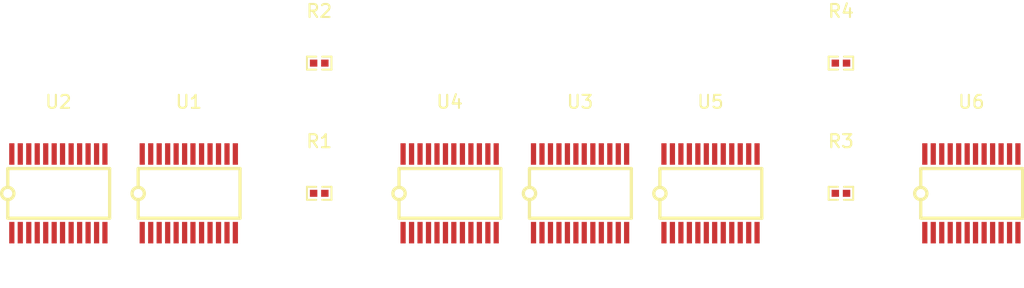
<source format=kicad_pcb>
(kicad_pcb (version 20241229) (generator "atopile") (generator_version "0.11.1")
  (layers (0 "F.Cu" signal) (31 "B.Cu" signal) (34 "B.Paste" user) (35 "F.Paste" user) (36 "B.SilkS" user "B.Silkscreen") (37 "F.SilkS" user "F.Silkscreen") (38 "B.Mask" user) (39 "F.Mask" user) (44 "Edge.Cuts" user))
  (net 0 "")
  (net 1 "i2c_client.ic.footprint.pins[1].net-net")
  (net 2 "i2c_client2.ic.footprint.pins[4].net-net")
  (net 3 "i2c_address_pin_2")
  (net 4 "i2c_address_pin_1")
  (net 5 "i2c_bridge.ic.footprint.pins[21].net-net")
  (net 6 "i2c_server.ic.footprint.pins[10].net-net")
  (net 7 "i2c_bridge2.ic.footprint.pins[1].net-net")
  (net 8 "i2c_client_pre.ic.footprint.pins[5].net-net")
  (net 9 "i2c_bridge.ic.footprint.pins[23].net-net")
  (net 10 "i2c_server.ic.footprint.pins[12].net-net")
  (net 11 "i2c_bridge.ic.footprint.pins[8].net-net")
  (net 12 "-i2c_out0_scl")
  (net 13 "i2c_bridge.ic.footprint.pins[7].net-net")
  (net 14 "i2c_bridge2.ic.footprint.pins[23].net-net")
  (net 15 "i2c_bridge.ic.footprint.pins[22].net-net")
  (net 16 "i2c_bridge2.ic.footprint.pins[7].net-net")
  (net 17 "i2c_client_pre.ic.footprint.pins[1].net-net")
  (net 18 "i2c_client2.ic.footprint.pins[9].net-net")
  (net 19 "i2c_client.ic.footprint.pins[2].net-net")
  (net 20 "i2c_client_pre.ic.footprint.pins[6].net-net")
  (net 21 "i2c_client2.ic.footprint.pins[20].net-net")
  (net 22 "i2c_client2.ic.footprint.pins[10].net-net")
  (net 23 "i2c_client_pre.ic.footprint.pins[2].net-net")
  (net 24 "i2c_client_pre.ic.footprint.pins[8].net-net")
  (net 25 "-i2c_scl-1")
  (net 26 "i2c_client_pre.ic.footprint.pins[12].net-net")
  (net 27 "i2c_client_pre.ic.footprint.pins[22].net-net")
  (net 28 "i2c_bridge2.ic.footprint.pins[8].net-net")
  (net 29 "i2c_server.ic.footprint.pins[9].net-net")
  (net 30 "i2c_client_pre.ic.footprint.pins[9].net-net")
  (net 31 "i2c_server-i2c_scl")
  (net 32 "i2c_client2.ic.footprint.pins[8].net-net")
  (net 33 "i2c_bridge.ic.footprint.pins[17].net-net")
  (net 34 "i2c_bridge.ic.footprint.pins[20].net-net")
  (net 35 "i2c_server.ic.footprint.pins[2].net-net")
  (net 36 "i2c_client2.ic.footprint.pins[7].net-net")
  (net 37 "i2c_client.ic.footprint.pins[5].net-net")
  (net 38 "i2c_address_pin_0")
  (net 39 "i2c_client_pre.ic.footprint.pins[7].net-net")
  (net 40 "i2c_bridge.ic.footprint.pins[10].net-net")
  (net 41 "i2c_bridge.ic.footprint.pins[12].net-net")
  (net 42 "i2c_server.ic.footprint.pins[21].net-net")
  (net 43 "i2c_client2.ic.footprint.pins[23].net-net")
  (net 44 "i2c_bridge.ic.footprint.pins[1].net-net")
  (net 45 "-i2c_scl-0")
  (net 46 "-i2c_out0_sda")
  (net 47 "i2c_client.ic.footprint.pins[8].net-net")
  (net 48 "i2c_client_pre.ic.footprint.pins[21].net-net")
  (net 49 "i2c_client.ic.footprint.pins[10].net-net")
  (net 50 "i2c_client.ic.footprint.pins[17].net-net")
  (net 51 "i2c_client2.ic.footprint.pins[2].net-net")
  (net 52 "i2c_client-i2c_out0_scl")
  (net 53 "i2c_bridge2.ic.footprint.pins[5].net-net")
  (net 54 "i2c_client.ic.footprint.pins[7].net-net")
  (net 55 "i2c_client-i2c_out0_sda")
  (net 56 "i2c_bridge2.ic.footprint.pins[10].net-net")
  (net 57 "i2c_server.ic.footprint.pins[6].net-net")
  (net 58 "i2c_client2.ic.footprint.pins[5].net-net")
  (net 59 "i2c_client_pre.ic.footprint.pins[10].net-net")
  (net 60 "-i2c_sda-0")
  (net 61 "i2c_bridge2.ic.footprint.pins[21].net-net")
  (net 62 "i2c_client.ic.footprint.pins[22].net-net")
  (net 63 "i2c_client.ic.footprint.pins[9].net-net")
  (net 64 "i2c_server.ic.footprint.pins[23].net-net")
  (net 65 "i2c_client_pre-i2c_out0_sda")
  (net 66 "i2c_client.ic.footprint.pins[21].net-net")
  (net 67 "i2c_client2.ic.footprint.pins[12].net-net")
  (net 68 "i2c_server.ic.footprint.pins[7].net-net")
  (net 69 "i2c_bridge.ic.footprint.pins[6].net-net")
  (net 70 "i2c_server.ic.footprint.pins[8].net-net")
  (net 71 "i2c_server.ic.footprint.pins[20].net-net")
  (net 72 "i2c_client_pre.ic.footprint.pins[23].net-net")
  (net 73 "i2c_client2-i2c_out0_scl")
  (net 74 "i2c_server.ic.footprint.pins[22].net-net")
  (net 75 "i2c_bridge.ic.footprint.pins[4].net-net")
  (net 76 "i2c_client2.ic.footprint.pins[6].net-net")
  (net 77 "i2c_bridge2.ic.footprint.pins[6].net-net")
  (net 78 "i2c_bridge2.ic.footprint.pins[2].net-net")
  (net 79 "i2c_client2-i2c_out0_sda")
  (net 80 "i2c_client.ic.footprint.pins[4].net-net")
  (net 81 "i2c_bridge2.ic.footprint.pins[22].net-net")
  (net 82 "i2c_client2.ic.footprint.pins[21].net-net")
  (net 83 "i2c_client_pre.ic.footprint.pins[4].net-net")
  (net 84 "-i2c_sda-1")
  (net 85 "i2c_server.ic.footprint.pins[17].net-net")
  (net 86 "i2c_client_pre.ic.footprint.pins[20].net-net")
  (net 87 "i2c_client_pre.ic.footprint.pins[17].net-net")
  (net 88 "i2c_bridge.ic.footprint.pins[2].net-net")
  (net 89 "gnd")
  (net 90 "i2c_server.ic.footprint.pins[1].net-net")
  (net 91 "i2c_bridge2.ic.footprint.pins[20].net-net")
  (net 92 "i2c_client.ic.footprint.pins[12].net-net")
  (net 93 "i2c_bridge2.ic.footprint.pins[9].net-net")
  (net 94 "i2c_bridge.ic.footprint.pins[5].net-net")
  (net 95 "i2c_bridge2.ic.footprint.pins[12].net-net")
  (net 96 "i2c_client.ic.footprint.pins[20].net-net")
  (net 97 "i2c_client2.ic.footprint.pins[17].net-net")
  (net 98 "i2c_bridge2.ic.footprint.pins[17].net-net")
  (net 99 "i2c_client_pre-i2c_out0_scl")
  (net 100 "i2c_client.ic.footprint.pins[23].net-net")
  (net 101 "i2c_server.ic.footprint.pins[5].net-net")
  (net 102 "i2c_client2.ic.footprint.pins[22].net-net")
  (net 103 "i2c_server.ic.footprint.pins[4].net-net")
  (net 104 "i2c_bridge.ic.footprint.pins[9].net-net")
  (net 105 "i2c_server-i2c_sda")
  (net 106 "hv")
  (net 107 "i2c_client2.ic.footprint.pins[1].net-net")
  (net 108 "i2c_bridge2.ic.footprint.pins[4].net-net")
  (net 109 "i2c_client.ic.footprint.pins[6].net-net")
  (footprint "Texas_Instruments_TCA9548APWR:TSSOP-24_L7.8-W4.4-P0.65-LS6.4-BL" (layer "F.Cu") (at 0 0 0)
    (property "Reference" "U2" (at 0 -7.02 0) (layer "F.SilkS") (hide no))
    (property "Value" "")
    (fp_line (start 3.93 -1.9) (end 3.93 1.91) (stroke (width 0.25)) (layer "F.SilkS"))
    (fp_line (start -3.88 1.75) (end -3.88 1.91) (stroke (width 0.25)) (layer "F.SilkS"))
    (fp_line (start -3.88 1.91) (end 3.93 1.91) (stroke (width 0.25)) (layer "F.SilkS"))
    (fp_line (start -3.88 -1.75) (end -3.88 -1.9) (stroke (width 0.25)) (layer "F.SilkS"))
    (fp_line (start -3.88 -1.9) (end 3.93 -1.9) (stroke (width 0.25)) (layer "F.SilkS"))
    (fp_line (start -3.88 -0.48) (end -3.88 -1.75) (stroke (width 0.25)) (layer "F.SilkS"))
    (fp_line (start -3.88 1.75) (end -3.88 0.48) (stroke (width 0.25)) (layer "F.SilkS"))
    (fp_arc (start -3.88 0.48) (mid -3.8758985283157643 -0.4599821038401605) (end -3.888202631025523 0.4799284167235039) (stroke (width 0.25)) (layer "F.SilkS"))
    (fp_text user "${REFERENCE}" (at 0 -7.02 0) (layer "F.SilkS"))
    (pad "6" smd rect (at -0.32 3.02 0) (size 0.4 1.65) (layers "F.Cu" "F.Paste" "F.Mask") (net 34 "i2c_bridge.ic.footprint.pins[20].net-net"))
    (pad "5" smd rect (at -0.97 3.02 0) (size 0.4 1.65) (layers "F.Cu" "F.Paste" "F.Mask") (net 12 "-i2c_out0_scl"))
    (pad "4" smd rect (at -1.62 3.02 0) (size 0.4 1.65) (layers "F.Cu" "F.Paste" "F.Mask") (net 46 "-i2c_out0_sda"))
    (pad "3" smd rect (at -2.27 3.02 0) (size 0.4 1.65) (layers "F.Cu" "F.Paste" "F.Mask") (net 33 "i2c_bridge.ic.footprint.pins[17].net-net"))
    (pad "2" smd rect (at -2.92 3.02 0) (size 0.4 1.65) (layers "F.Cu" "F.Paste" "F.Mask") (net 106 "hv"))
    (pad "1" smd rect (at -3.57 3.02 0) (size 0.4 1.65) (layers "F.Cu" "F.Paste" "F.Mask") (net 106 "hv"))
    (pad "7" smd rect (at 0.32 3.02 0) (size 0.4 1.65) (layers "F.Cu" "F.Paste" "F.Mask") (net 5 "i2c_bridge.ic.footprint.pins[21].net-net"))
    (pad "12" smd rect (at 3.57 3.02 0) (size 0.4 1.65) (layers "F.Cu" "F.Paste" "F.Mask") (net 89 "gnd"))
    (pad "11" smd rect (at 2.93 3.02 0) (size 0.4 1.65) (layers "F.Cu" "F.Paste" "F.Mask") (net 88 "i2c_bridge.ic.footprint.pins[2].net-net"))
    (pad "10" smd rect (at 2.28 3.02 0) (size 0.4 1.65) (layers "F.Cu" "F.Paste" "F.Mask") (net 44 "i2c_bridge.ic.footprint.pins[1].net-net"))
    (pad "9" smd rect (at 1.63 3.02 0) (size 0.4 1.65) (layers "F.Cu" "F.Paste" "F.Mask") (net 9 "i2c_bridge.ic.footprint.pins[23].net-net"))
    (pad "8" smd rect (at 0.98 3.02 0) (size 0.4 1.65) (layers "F.Cu" "F.Paste" "F.Mask") (net 15 "i2c_bridge.ic.footprint.pins[22].net-net"))
    (pad "20" smd rect (at -0.97 -3.02 0) (size 0.4 1.65) (layers "F.Cu" "F.Paste" "F.Mask") (net 41 "i2c_bridge.ic.footprint.pins[12].net-net"))
    (pad "21" smd rect (at -1.62 -3.02 0) (size 0.4 1.65) (layers "F.Cu" "F.Paste" "F.Mask") (net 89 "gnd"))
    (pad "22" smd rect (at -2.27 -3.02 0) (size 0.4 1.65) (layers "F.Cu" "F.Paste" "F.Mask") (net 45 "-i2c_scl-0"))
    (pad "23" smd rect (at -2.92 -3.02 0) (size 0.4 1.65) (layers "F.Cu" "F.Paste" "F.Mask") (net 60 "-i2c_sda-0"))
    (pad "24" smd rect (at -3.57 -3.02 0) (size 0.4 1.65) (layers "F.Cu" "F.Paste" "F.Mask") (net 106 "hv"))
    (pad "19" smd rect (at -0.32 -3.02 0) (size 0.4 1.65) (layers "F.Cu" "F.Paste" "F.Mask") (net 40 "i2c_bridge.ic.footprint.pins[10].net-net"))
    (pad "13" smd rect (at 3.57 -3.02 0) (size 0.4 1.65) (layers "F.Cu" "F.Paste" "F.Mask") (net 75 "i2c_bridge.ic.footprint.pins[4].net-net"))
    (pad "14" smd rect (at 2.93 -3.02 0) (size 0.4 1.65) (layers "F.Cu" "F.Paste" "F.Mask") (net 94 "i2c_bridge.ic.footprint.pins[5].net-net"))
    (pad "15" smd rect (at 2.28 -3.02 0) (size 0.4 1.65) (layers "F.Cu" "F.Paste" "F.Mask") (net 69 "i2c_bridge.ic.footprint.pins[6].net-net"))
    (pad "16" smd rect (at 1.63 -3.02 0) (size 0.4 1.65) (layers "F.Cu" "F.Paste" "F.Mask") (net 13 "i2c_bridge.ic.footprint.pins[7].net-net"))
    (pad "17" smd rect (at 0.98 -3.02 0) (size 0.4 1.65) (layers "F.Cu" "F.Paste" "F.Mask") (net 11 "i2c_bridge.ic.footprint.pins[8].net-net"))
    (pad "18" smd rect (at 0.32 -3.02 0) (size 0.4 1.65) (layers "F.Cu" "F.Paste" "F.Mask") (net 104 "i2c_bridge.ic.footprint.pins[9].net-net"))
  )
  (footprint "Texas_Instruments_TCA9548APWR:TSSOP-24_L7.8-W4.4-P0.65-LS6.4-BL" (layer "F.Cu") (at 10 0 0)
    (property "Reference" "U1" (at 0 -7.02 0) (layer "F.SilkS") (hide no))
    (property "Value" "")
    (fp_line (start 3.93 -1.9) (end 3.93 1.91) (stroke (width 0.25)) (layer "F.SilkS"))
    (fp_line (start -3.88 1.75) (end -3.88 1.91) (stroke (width 0.25)) (layer "F.SilkS"))
    (fp_line (start -3.88 1.91) (end 3.93 1.91) (stroke (width 0.25)) (layer "F.SilkS"))
    (fp_line (start -3.88 -1.75) (end -3.88 -1.9) (stroke (width 0.25)) (layer "F.SilkS"))
    (fp_line (start -3.88 -1.9) (end 3.93 -1.9) (stroke (width 0.25)) (layer "F.SilkS"))
    (fp_line (start -3.88 -0.48) (end -3.88 -1.75) (stroke (width 0.25)) (layer "F.SilkS"))
    (fp_line (start -3.88 1.75) (end -3.88 0.48) (stroke (width 0.25)) (layer "F.SilkS"))
    (fp_arc (start -3.88 0.48) (mid -3.8758985283157643 -0.4599821038401605) (end -3.888202631025523 0.4799284167235039) (stroke (width 0.25)) (layer "F.SilkS"))
    (fp_text user "${REFERENCE}" (at 0 -7.02 0) (layer "F.SilkS"))
    (pad "6" smd rect (at -0.32 3.02 0) (size 0.4 1.65) (layers "F.Cu" "F.Paste" "F.Mask") (net 91 "i2c_bridge2.ic.footprint.pins[20].net-net"))
    (pad "5" smd rect (at -0.97 3.02 0) (size 0.4 1.65) (layers "F.Cu" "F.Paste" "F.Mask") (net 25 "-i2c_scl-1"))
    (pad "4" smd rect (at -1.62 3.02 0) (size 0.4 1.65) (layers "F.Cu" "F.Paste" "F.Mask") (net 84 "-i2c_sda-1"))
    (pad "3" smd rect (at -2.27 3.02 0) (size 0.4 1.65) (layers "F.Cu" "F.Paste" "F.Mask") (net 98 "i2c_bridge2.ic.footprint.pins[17].net-net"))
    (pad "2" smd rect (at -2.92 3.02 0) (size 0.4 1.65) (layers "F.Cu" "F.Paste" "F.Mask") (net 106 "hv"))
    (pad "1" smd rect (at -3.57 3.02 0) (size 0.4 1.65) (layers "F.Cu" "F.Paste" "F.Mask") (net 106 "hv"))
    (pad "7" smd rect (at 0.32 3.02 0) (size 0.4 1.65) (layers "F.Cu" "F.Paste" "F.Mask") (net 61 "i2c_bridge2.ic.footprint.pins[21].net-net"))
    (pad "12" smd rect (at 3.57 3.02 0) (size 0.4 1.65) (layers "F.Cu" "F.Paste" "F.Mask") (net 89 "gnd"))
    (pad "11" smd rect (at 2.93 3.02 0) (size 0.4 1.65) (layers "F.Cu" "F.Paste" "F.Mask") (net 78 "i2c_bridge2.ic.footprint.pins[2].net-net"))
    (pad "10" smd rect (at 2.28 3.02 0) (size 0.4 1.65) (layers "F.Cu" "F.Paste" "F.Mask") (net 7 "i2c_bridge2.ic.footprint.pins[1].net-net"))
    (pad "9" smd rect (at 1.63 3.02 0) (size 0.4 1.65) (layers "F.Cu" "F.Paste" "F.Mask") (net 14 "i2c_bridge2.ic.footprint.pins[23].net-net"))
    (pad "8" smd rect (at 0.98 3.02 0) (size 0.4 1.65) (layers "F.Cu" "F.Paste" "F.Mask") (net 81 "i2c_bridge2.ic.footprint.pins[22].net-net"))
    (pad "20" smd rect (at -0.97 -3.02 0) (size 0.4 1.65) (layers "F.Cu" "F.Paste" "F.Mask") (net 95 "i2c_bridge2.ic.footprint.pins[12].net-net"))
    (pad "21" smd rect (at -1.62 -3.02 0) (size 0.4 1.65) (layers "F.Cu" "F.Paste" "F.Mask") (net 89 "gnd"))
    (pad "22" smd rect (at -2.27 -3.02 0) (size 0.4 1.65) (layers "F.Cu" "F.Paste" "F.Mask") (net 12 "-i2c_out0_scl"))
    (pad "23" smd rect (at -2.92 -3.02 0) (size 0.4 1.65) (layers "F.Cu" "F.Paste" "F.Mask") (net 46 "-i2c_out0_sda"))
    (pad "24" smd rect (at -3.57 -3.02 0) (size 0.4 1.65) (layers "F.Cu" "F.Paste" "F.Mask") (net 106 "hv"))
    (pad "19" smd rect (at -0.32 -3.02 0) (size 0.4 1.65) (layers "F.Cu" "F.Paste" "F.Mask") (net 56 "i2c_bridge2.ic.footprint.pins[10].net-net"))
    (pad "13" smd rect (at 3.57 -3.02 0) (size 0.4 1.65) (layers "F.Cu" "F.Paste" "F.Mask") (net 108 "i2c_bridge2.ic.footprint.pins[4].net-net"))
    (pad "14" smd rect (at 2.93 -3.02 0) (size 0.4 1.65) (layers "F.Cu" "F.Paste" "F.Mask") (net 53 "i2c_bridge2.ic.footprint.pins[5].net-net"))
    (pad "15" smd rect (at 2.28 -3.02 0) (size 0.4 1.65) (layers "F.Cu" "F.Paste" "F.Mask") (net 77 "i2c_bridge2.ic.footprint.pins[6].net-net"))
    (pad "16" smd rect (at 1.63 -3.02 0) (size 0.4 1.65) (layers "F.Cu" "F.Paste" "F.Mask") (net 16 "i2c_bridge2.ic.footprint.pins[7].net-net"))
    (pad "17" smd rect (at 0.98 -3.02 0) (size 0.4 1.65) (layers "F.Cu" "F.Paste" "F.Mask") (net 28 "i2c_bridge2.ic.footprint.pins[8].net-net"))
    (pad "18" smd rect (at 0.32 -3.02 0) (size 0.4 1.65) (layers "F.Cu" "F.Paste" "F.Mask") (net 93 "i2c_bridge2.ic.footprint.pins[9].net-net"))
  )
  (footprint "UNI_ROYAL_0402WGF1002TCE:R0402" (layer "F.Cu") (at 20 0 0)
    (property "Reference" "R1" (at 0 -4 0) (layer "F.SilkS") (hide no))
    (property "Value" "10kΩ ±1% 62.5mW")
    (fp_line (start -0.23 0.5) (end -0.94 0.5) (stroke (width 0.15)) (layer "F.SilkS"))
    (fp_line (start -0.94 0.5) (end -0.94 -0.5) (stroke (width 0.15)) (layer "F.SilkS"))
    (fp_line (start -0.94 -0.5) (end -0.23 -0.5) (stroke (width 0.15)) (layer "F.SilkS"))
    (fp_line (start 0.23 0.5) (end 0.94 0.5) (stroke (width 0.15)) (layer "F.SilkS"))
    (fp_line (start 0.94 0.5) (end 0.94 -0.5) (stroke (width 0.15)) (layer "F.SilkS"))
    (fp_line (start 0.94 -0.5) (end 0.23 -0.5) (stroke (width 0.15)) (layer "F.SilkS"))
    (fp_text user "${REFERENCE}" (at 0 -4 0) (layer "F.SilkS"))
    (pad "2" smd rect (at 0.43 0 0) (size 0.57 0.54) (layers "F.Cu" "F.Paste" "F.Mask") (net 106 "hv"))
    (pad "1" smd rect (at -0.43 0 0) (size 0.57 0.54) (layers "F.Cu" "F.Paste" "F.Mask") (net 45 "-i2c_scl-0"))
  )
  (footprint "UNI_ROYAL_0402WGF1002TCE:R0402" (layer "F.Cu") (at 20 -10 0)
    (property "Reference" "R2" (at 0 -4 0) (layer "F.SilkS") (hide no))
    (property "Value" "10kΩ ±1% 62.5mW")
    (fp_line (start -0.23 0.5) (end -0.94 0.5) (stroke (width 0.15)) (layer "F.SilkS"))
    (fp_line (start -0.94 0.5) (end -0.94 -0.5) (stroke (width 0.15)) (layer "F.SilkS"))
    (fp_line (start -0.94 -0.5) (end -0.23 -0.5) (stroke (width 0.15)) (layer "F.SilkS"))
    (fp_line (start 0.23 0.5) (end 0.94 0.5) (stroke (width 0.15)) (layer "F.SilkS"))
    (fp_line (start 0.94 0.5) (end 0.94 -0.5) (stroke (width 0.15)) (layer "F.SilkS"))
    (fp_line (start 0.94 -0.5) (end 0.23 -0.5) (stroke (width 0.15)) (layer "F.SilkS"))
    (fp_text user "${REFERENCE}" (at 0 -4 0) (layer "F.SilkS"))
    (pad "2" smd rect (at 0.43 0 0) (size 0.57 0.54) (layers "F.Cu" "F.Paste" "F.Mask") (net 106 "hv"))
    (pad "1" smd rect (at -0.43 0 0) (size 0.57 0.54) (layers "F.Cu" "F.Paste" "F.Mask") (net 60 "-i2c_sda-0"))
  )
  (footprint "Texas_Instruments_TCA9548APWR:TSSOP-24_L7.8-W4.4-P0.65-LS6.4-BL" (layer "F.Cu") (at 30 0 0)
    (property "Reference" "U4" (at 0 -7.02 0) (layer "F.SilkS") (hide no))
    (property "Value" "")
    (fp_line (start 3.93 -1.9) (end 3.93 1.91) (stroke (width 0.25)) (layer "F.SilkS"))
    (fp_line (start -3.88 1.75) (end -3.88 1.91) (stroke (width 0.25)) (layer "F.SilkS"))
    (fp_line (start -3.88 1.91) (end 3.93 1.91) (stroke (width 0.25)) (layer "F.SilkS"))
    (fp_line (start -3.88 -1.75) (end -3.88 -1.9) (stroke (width 0.25)) (layer "F.SilkS"))
    (fp_line (start -3.88 -1.9) (end 3.93 -1.9) (stroke (width 0.25)) (layer "F.SilkS"))
    (fp_line (start -3.88 -0.48) (end -3.88 -1.75) (stroke (width 0.25)) (layer "F.SilkS"))
    (fp_line (start -3.88 1.75) (end -3.88 0.48) (stroke (width 0.25)) (layer "F.SilkS"))
    (fp_arc (start -3.88 0.48) (mid -3.8758985283157643 -0.4599821038401605) (end -3.888202631025523 0.4799284167235039) (stroke (width 0.25)) (layer "F.SilkS"))
    (fp_text user "${REFERENCE}" (at 0 -7.02 0) (layer "F.SilkS"))
    (pad "6" smd rect (at -0.32 3.02 0) (size 0.4 1.65) (layers "F.Cu" "F.Paste" "F.Mask") (net 96 "i2c_client.ic.footprint.pins[20].net-net"))
    (pad "5" smd rect (at -0.97 3.02 0) (size 0.4 1.65) (layers "F.Cu" "F.Paste" "F.Mask") (net 52 "i2c_client-i2c_out0_scl"))
    (pad "4" smd rect (at -1.62 3.02 0) (size 0.4 1.65) (layers "F.Cu" "F.Paste" "F.Mask") (net 55 "i2c_client-i2c_out0_sda"))
    (pad "3" smd rect (at -2.27 3.02 0) (size 0.4 1.65) (layers "F.Cu" "F.Paste" "F.Mask") (net 50 "i2c_client.ic.footprint.pins[17].net-net"))
    (pad "2" smd rect (at -2.92 3.02 0) (size 0.4 1.65) (layers "F.Cu" "F.Paste" "F.Mask") (net 106 "hv"))
    (pad "1" smd rect (at -3.57 3.02 0) (size 0.4 1.65) (layers "F.Cu" "F.Paste" "F.Mask") (net 89 "gnd"))
    (pad "7" smd rect (at 0.32 3.02 0) (size 0.4 1.65) (layers "F.Cu" "F.Paste" "F.Mask") (net 66 "i2c_client.ic.footprint.pins[21].net-net"))
    (pad "12" smd rect (at 3.57 3.02 0) (size 0.4 1.65) (layers "F.Cu" "F.Paste" "F.Mask") (net 89 "gnd"))
    (pad "11" smd rect (at 2.93 3.02 0) (size 0.4 1.65) (layers "F.Cu" "F.Paste" "F.Mask") (net 19 "i2c_client.ic.footprint.pins[2].net-net"))
    (pad "10" smd rect (at 2.28 3.02 0) (size 0.4 1.65) (layers "F.Cu" "F.Paste" "F.Mask") (net 1 "i2c_client.ic.footprint.pins[1].net-net"))
    (pad "9" smd rect (at 1.63 3.02 0) (size 0.4 1.65) (layers "F.Cu" "F.Paste" "F.Mask") (net 100 "i2c_client.ic.footprint.pins[23].net-net"))
    (pad "8" smd rect (at 0.98 3.02 0) (size 0.4 1.65) (layers "F.Cu" "F.Paste" "F.Mask") (net 62 "i2c_client.ic.footprint.pins[22].net-net"))
    (pad "20" smd rect (at -0.97 -3.02 0) (size 0.4 1.65) (layers "F.Cu" "F.Paste" "F.Mask") (net 92 "i2c_client.ic.footprint.pins[12].net-net"))
    (pad "21" smd rect (at -1.62 -3.02 0) (size 0.4 1.65) (layers "F.Cu" "F.Paste" "F.Mask") (net 89 "gnd"))
    (pad "22" smd rect (at -2.27 -3.02 0) (size 0.4 1.65) (layers "F.Cu" "F.Paste" "F.Mask") (net 25 "-i2c_scl-1"))
    (pad "23" smd rect (at -2.92 -3.02 0) (size 0.4 1.65) (layers "F.Cu" "F.Paste" "F.Mask") (net 84 "-i2c_sda-1"))
    (pad "24" smd rect (at -3.57 -3.02 0) (size 0.4 1.65) (layers "F.Cu" "F.Paste" "F.Mask") (net 106 "hv"))
    (pad "19" smd rect (at -0.32 -3.02 0) (size 0.4 1.65) (layers "F.Cu" "F.Paste" "F.Mask") (net 49 "i2c_client.ic.footprint.pins[10].net-net"))
    (pad "13" smd rect (at 3.57 -3.02 0) (size 0.4 1.65) (layers "F.Cu" "F.Paste" "F.Mask") (net 80 "i2c_client.ic.footprint.pins[4].net-net"))
    (pad "14" smd rect (at 2.93 -3.02 0) (size 0.4 1.65) (layers "F.Cu" "F.Paste" "F.Mask") (net 37 "i2c_client.ic.footprint.pins[5].net-net"))
    (pad "15" smd rect (at 2.28 -3.02 0) (size 0.4 1.65) (layers "F.Cu" "F.Paste" "F.Mask") (net 109 "i2c_client.ic.footprint.pins[6].net-net"))
    (pad "16" smd rect (at 1.63 -3.02 0) (size 0.4 1.65) (layers "F.Cu" "F.Paste" "F.Mask") (net 54 "i2c_client.ic.footprint.pins[7].net-net"))
    (pad "17" smd rect (at 0.98 -3.02 0) (size 0.4 1.65) (layers "F.Cu" "F.Paste" "F.Mask") (net 47 "i2c_client.ic.footprint.pins[8].net-net"))
    (pad "18" smd rect (at 0.32 -3.02 0) (size 0.4 1.65) (layers "F.Cu" "F.Paste" "F.Mask") (net 63 "i2c_client.ic.footprint.pins[9].net-net"))
  )
  (footprint "Texas_Instruments_TCA9548APWR:TSSOP-24_L7.8-W4.4-P0.65-LS6.4-BL" (layer "F.Cu") (at 40 0 0)
    (property "Reference" "U3" (at 0 -7.02 0) (layer "F.SilkS") (hide no))
    (property "Value" "")
    (fp_line (start 3.93 -1.9) (end 3.93 1.91) (stroke (width 0.25)) (layer "F.SilkS"))
    (fp_line (start -3.88 1.75) (end -3.88 1.91) (stroke (width 0.25)) (layer "F.SilkS"))
    (fp_line (start -3.88 1.91) (end 3.93 1.91) (stroke (width 0.25)) (layer "F.SilkS"))
    (fp_line (start -3.88 -1.75) (end -3.88 -1.9) (stroke (width 0.25)) (layer "F.SilkS"))
    (fp_line (start -3.88 -1.9) (end 3.93 -1.9) (stroke (width 0.25)) (layer "F.SilkS"))
    (fp_line (start -3.88 -0.48) (end -3.88 -1.75) (stroke (width 0.25)) (layer "F.SilkS"))
    (fp_line (start -3.88 1.75) (end -3.88 0.48) (stroke (width 0.25)) (layer "F.SilkS"))
    (fp_arc (start -3.88 0.48) (mid -3.8758985283157643 -0.4599821038401605) (end -3.888202631025523 0.4799284167235039) (stroke (width 0.25)) (layer "F.SilkS"))
    (fp_text user "${REFERENCE}" (at 0 -7.02 0) (layer "F.SilkS"))
    (pad "6" smd rect (at -0.32 3.02 0) (size 0.4 1.65) (layers "F.Cu" "F.Paste" "F.Mask") (net 21 "i2c_client2.ic.footprint.pins[20].net-net"))
    (pad "5" smd rect (at -0.97 3.02 0) (size 0.4 1.65) (layers "F.Cu" "F.Paste" "F.Mask") (net 73 "i2c_client2-i2c_out0_scl"))
    (pad "4" smd rect (at -1.62 3.02 0) (size 0.4 1.65) (layers "F.Cu" "F.Paste" "F.Mask") (net 79 "i2c_client2-i2c_out0_sda"))
    (pad "3" smd rect (at -2.27 3.02 0) (size 0.4 1.65) (layers "F.Cu" "F.Paste" "F.Mask") (net 97 "i2c_client2.ic.footprint.pins[17].net-net"))
    (pad "2" smd rect (at -2.92 3.02 0) (size 0.4 1.65) (layers "F.Cu" "F.Paste" "F.Mask") (net 89 "gnd"))
    (pad "1" smd rect (at -3.57 3.02 0) (size 0.4 1.65) (layers "F.Cu" "F.Paste" "F.Mask") (net 89 "gnd"))
    (pad "7" smd rect (at 0.32 3.02 0) (size 0.4 1.65) (layers "F.Cu" "F.Paste" "F.Mask") (net 82 "i2c_client2.ic.footprint.pins[21].net-net"))
    (pad "12" smd rect (at 3.57 3.02 0) (size 0.4 1.65) (layers "F.Cu" "F.Paste" "F.Mask") (net 89 "gnd"))
    (pad "11" smd rect (at 2.93 3.02 0) (size 0.4 1.65) (layers "F.Cu" "F.Paste" "F.Mask") (net 51 "i2c_client2.ic.footprint.pins[2].net-net"))
    (pad "10" smd rect (at 2.28 3.02 0) (size 0.4 1.65) (layers "F.Cu" "F.Paste" "F.Mask") (net 107 "i2c_client2.ic.footprint.pins[1].net-net"))
    (pad "9" smd rect (at 1.63 3.02 0) (size 0.4 1.65) (layers "F.Cu" "F.Paste" "F.Mask") (net 43 "i2c_client2.ic.footprint.pins[23].net-net"))
    (pad "8" smd rect (at 0.98 3.02 0) (size 0.4 1.65) (layers "F.Cu" "F.Paste" "F.Mask") (net 102 "i2c_client2.ic.footprint.pins[22].net-net"))
    (pad "20" smd rect (at -0.97 -3.02 0) (size 0.4 1.65) (layers "F.Cu" "F.Paste" "F.Mask") (net 67 "i2c_client2.ic.footprint.pins[12].net-net"))
    (pad "21" smd rect (at -1.62 -3.02 0) (size 0.4 1.65) (layers "F.Cu" "F.Paste" "F.Mask") (net 106 "hv"))
    (pad "22" smd rect (at -2.27 -3.02 0) (size 0.4 1.65) (layers "F.Cu" "F.Paste" "F.Mask") (net 25 "-i2c_scl-1"))
    (pad "23" smd rect (at -2.92 -3.02 0) (size 0.4 1.65) (layers "F.Cu" "F.Paste" "F.Mask") (net 84 "-i2c_sda-1"))
    (pad "24" smd rect (at -3.57 -3.02 0) (size 0.4 1.65) (layers "F.Cu" "F.Paste" "F.Mask") (net 106 "hv"))
    (pad "19" smd rect (at -0.32 -3.02 0) (size 0.4 1.65) (layers "F.Cu" "F.Paste" "F.Mask") (net 22 "i2c_client2.ic.footprint.pins[10].net-net"))
    (pad "13" smd rect (at 3.57 -3.02 0) (size 0.4 1.65) (layers "F.Cu" "F.Paste" "F.Mask") (net 2 "i2c_client2.ic.footprint.pins[4].net-net"))
    (pad "14" smd rect (at 2.93 -3.02 0) (size 0.4 1.65) (layers "F.Cu" "F.Paste" "F.Mask") (net 58 "i2c_client2.ic.footprint.pins[5].net-net"))
    (pad "15" smd rect (at 2.28 -3.02 0) (size 0.4 1.65) (layers "F.Cu" "F.Paste" "F.Mask") (net 76 "i2c_client2.ic.footprint.pins[6].net-net"))
    (pad "16" smd rect (at 1.63 -3.02 0) (size 0.4 1.65) (layers "F.Cu" "F.Paste" "F.Mask") (net 36 "i2c_client2.ic.footprint.pins[7].net-net"))
    (pad "17" smd rect (at 0.98 -3.02 0) (size 0.4 1.65) (layers "F.Cu" "F.Paste" "F.Mask") (net 32 "i2c_client2.ic.footprint.pins[8].net-net"))
    (pad "18" smd rect (at 0.32 -3.02 0) (size 0.4 1.65) (layers "F.Cu" "F.Paste" "F.Mask") (net 18 "i2c_client2.ic.footprint.pins[9].net-net"))
  )
  (footprint "Texas_Instruments_TCA9548APWR:TSSOP-24_L7.8-W4.4-P0.65-LS6.4-BL" (layer "F.Cu") (at 50 0 0)
    (property "Reference" "U5" (at 0 -7.02 0) (layer "F.SilkS") (hide no))
    (property "Value" "")
    (fp_line (start 3.93 -1.9) (end 3.93 1.91) (stroke (width 0.25)) (layer "F.SilkS"))
    (fp_line (start -3.88 1.75) (end -3.88 1.91) (stroke (width 0.25)) (layer "F.SilkS"))
    (fp_line (start -3.88 1.91) (end 3.93 1.91) (stroke (width 0.25)) (layer "F.SilkS"))
    (fp_line (start -3.88 -1.75) (end -3.88 -1.9) (stroke (width 0.25)) (layer "F.SilkS"))
    (fp_line (start -3.88 -1.9) (end 3.93 -1.9) (stroke (width 0.25)) (layer "F.SilkS"))
    (fp_line (start -3.88 -0.48) (end -3.88 -1.75) (stroke (width 0.25)) (layer "F.SilkS"))
    (fp_line (start -3.88 1.75) (end -3.88 0.48) (stroke (width 0.25)) (layer "F.SilkS"))
    (fp_arc (start -3.88 0.48) (mid -3.8758985283157643 -0.4599821038401605) (end -3.888202631025523 0.4799284167235039) (stroke (width 0.25)) (layer "F.SilkS"))
    (fp_text user "${REFERENCE}" (at 0 -7.02 0) (layer "F.SilkS"))
    (pad "6" smd rect (at -0.32 3.02 0) (size 0.4 1.65) (layers "F.Cu" "F.Paste" "F.Mask") (net 86 "i2c_client_pre.ic.footprint.pins[20].net-net"))
    (pad "5" smd rect (at -0.97 3.02 0) (size 0.4 1.65) (layers "F.Cu" "F.Paste" "F.Mask") (net 99 "i2c_client_pre-i2c_out0_scl"))
    (pad "4" smd rect (at -1.62 3.02 0) (size 0.4 1.65) (layers "F.Cu" "F.Paste" "F.Mask") (net 65 "i2c_client_pre-i2c_out0_sda"))
    (pad "3" smd rect (at -2.27 3.02 0) (size 0.4 1.65) (layers "F.Cu" "F.Paste" "F.Mask") (net 87 "i2c_client_pre.ic.footprint.pins[17].net-net"))
    (pad "2" smd rect (at -2.92 3.02 0) (size 0.4 1.65) (layers "F.Cu" "F.Paste" "F.Mask") (net 106 "hv"))
    (pad "1" smd rect (at -3.57 3.02 0) (size 0.4 1.65) (layers "F.Cu" "F.Paste" "F.Mask") (net 89 "gnd"))
    (pad "7" smd rect (at 0.32 3.02 0) (size 0.4 1.65) (layers "F.Cu" "F.Paste" "F.Mask") (net 48 "i2c_client_pre.ic.footprint.pins[21].net-net"))
    (pad "12" smd rect (at 3.57 3.02 0) (size 0.4 1.65) (layers "F.Cu" "F.Paste" "F.Mask") (net 89 "gnd"))
    (pad "11" smd rect (at 2.93 3.02 0) (size 0.4 1.65) (layers "F.Cu" "F.Paste" "F.Mask") (net 23 "i2c_client_pre.ic.footprint.pins[2].net-net"))
    (pad "10" smd rect (at 2.28 3.02 0) (size 0.4 1.65) (layers "F.Cu" "F.Paste" "F.Mask") (net 17 "i2c_client_pre.ic.footprint.pins[1].net-net"))
    (pad "9" smd rect (at 1.63 3.02 0) (size 0.4 1.65) (layers "F.Cu" "F.Paste" "F.Mask") (net 72 "i2c_client_pre.ic.footprint.pins[23].net-net"))
    (pad "8" smd rect (at 0.98 3.02 0) (size 0.4 1.65) (layers "F.Cu" "F.Paste" "F.Mask") (net 27 "i2c_client_pre.ic.footprint.pins[22].net-net"))
    (pad "20" smd rect (at -0.97 -3.02 0) (size 0.4 1.65) (layers "F.Cu" "F.Paste" "F.Mask") (net 26 "i2c_client_pre.ic.footprint.pins[12].net-net"))
    (pad "21" smd rect (at -1.62 -3.02 0) (size 0.4 1.65) (layers "F.Cu" "F.Paste" "F.Mask") (net 89 "gnd"))
    (pad "22" smd rect (at -2.27 -3.02 0) (size 0.4 1.65) (layers "F.Cu" "F.Paste" "F.Mask") (net 45 "-i2c_scl-0"))
    (pad "23" smd rect (at -2.92 -3.02 0) (size 0.4 1.65) (layers "F.Cu" "F.Paste" "F.Mask") (net 60 "-i2c_sda-0"))
    (pad "24" smd rect (at -3.57 -3.02 0) (size 0.4 1.65) (layers "F.Cu" "F.Paste" "F.Mask") (net 106 "hv"))
    (pad "19" smd rect (at -0.32 -3.02 0) (size 0.4 1.65) (layers "F.Cu" "F.Paste" "F.Mask") (net 59 "i2c_client_pre.ic.footprint.pins[10].net-net"))
    (pad "13" smd rect (at 3.57 -3.02 0) (size 0.4 1.65) (layers "F.Cu" "F.Paste" "F.Mask") (net 83 "i2c_client_pre.ic.footprint.pins[4].net-net"))
    (pad "14" smd rect (at 2.93 -3.02 0) (size 0.4 1.65) (layers "F.Cu" "F.Paste" "F.Mask") (net 8 "i2c_client_pre.ic.footprint.pins[5].net-net"))
    (pad "15" smd rect (at 2.28 -3.02 0) (size 0.4 1.65) (layers "F.Cu" "F.Paste" "F.Mask") (net 20 "i2c_client_pre.ic.footprint.pins[6].net-net"))
    (pad "16" smd rect (at 1.63 -3.02 0) (size 0.4 1.65) (layers "F.Cu" "F.Paste" "F.Mask") (net 39 "i2c_client_pre.ic.footprint.pins[7].net-net"))
    (pad "17" smd rect (at 0.98 -3.02 0) (size 0.4 1.65) (layers "F.Cu" "F.Paste" "F.Mask") (net 24 "i2c_client_pre.ic.footprint.pins[8].net-net"))
    (pad "18" smd rect (at 0.32 -3.02 0) (size 0.4 1.65) (layers "F.Cu" "F.Paste" "F.Mask") (net 30 "i2c_client_pre.ic.footprint.pins[9].net-net"))
  )
  (footprint "UNI_ROYAL_0402WGF1002TCE:R0402" (layer "F.Cu") (at 60 0 0)
    (property "Reference" "R3" (at 0 -4 0) (layer "F.SilkS") (hide no))
    (property "Value" "10kΩ ±1% 62.5mW")
    (fp_line (start -0.23 0.5) (end -0.94 0.5) (stroke (width 0.15)) (layer "F.SilkS"))
    (fp_line (start -0.94 0.5) (end -0.94 -0.5) (stroke (width 0.15)) (layer "F.SilkS"))
    (fp_line (start -0.94 -0.5) (end -0.23 -0.5) (stroke (width 0.15)) (layer "F.SilkS"))
    (fp_line (start 0.23 0.5) (end 0.94 0.5) (stroke (width 0.15)) (layer "F.SilkS"))
    (fp_line (start 0.94 0.5) (end 0.94 -0.5) (stroke (width 0.15)) (layer "F.SilkS"))
    (fp_line (start 0.94 -0.5) (end 0.23 -0.5) (stroke (width 0.15)) (layer "F.SilkS"))
    (fp_text user "${REFERENCE}" (at 0 -4 0) (layer "F.SilkS"))
    (pad "2" smd rect (at 0.43 0 0) (size 0.57 0.54) (layers "F.Cu" "F.Paste" "F.Mask") (net 106 "hv"))
    (pad "1" smd rect (at -0.43 0 0) (size 0.57 0.54) (layers "F.Cu" "F.Paste" "F.Mask") (net 25 "-i2c_scl-1"))
  )
  (footprint "UNI_ROYAL_0402WGF1002TCE:R0402" (layer "F.Cu") (at 60 -10 0)
    (property "Reference" "R4" (at 0 -4 0) (layer "F.SilkS") (hide no))
    (property "Value" "10kΩ ±1% 62.5mW")
    (fp_line (start -0.23 0.5) (end -0.94 0.5) (stroke (width 0.15)) (layer "F.SilkS"))
    (fp_line (start -0.94 0.5) (end -0.94 -0.5) (stroke (width 0.15)) (layer "F.SilkS"))
    (fp_line (start -0.94 -0.5) (end -0.23 -0.5) (stroke (width 0.15)) (layer "F.SilkS"))
    (fp_line (start 0.23 0.5) (end 0.94 0.5) (stroke (width 0.15)) (layer "F.SilkS"))
    (fp_line (start 0.94 0.5) (end 0.94 -0.5) (stroke (width 0.15)) (layer "F.SilkS"))
    (fp_line (start 0.94 -0.5) (end 0.23 -0.5) (stroke (width 0.15)) (layer "F.SilkS"))
    (fp_text user "${REFERENCE}" (at 0 -4 0) (layer "F.SilkS"))
    (pad "2" smd rect (at 0.43 0 0) (size 0.57 0.54) (layers "F.Cu" "F.Paste" "F.Mask") (net 106 "hv"))
    (pad "1" smd rect (at -0.43 0 0) (size 0.57 0.54) (layers "F.Cu" "F.Paste" "F.Mask") (net 84 "-i2c_sda-1"))
  )
  (footprint "Texas_Instruments_TCA9548APWR:TSSOP-24_L7.8-W4.4-P0.65-LS6.4-BL" (layer "F.Cu") (at 70 0 0)
    (property "Reference" "U6" (at 0 -7.02 0) (layer "F.SilkS") (hide no))
    (property "Value" "")
    (fp_line (start 3.93 -1.9) (end 3.93 1.91) (stroke (width 0.25)) (layer "F.SilkS"))
    (fp_line (start -3.88 1.75) (end -3.88 1.91) (stroke (width 0.25)) (layer "F.SilkS"))
    (fp_line (start -3.88 1.91) (end 3.93 1.91) (stroke (width 0.25)) (layer "F.SilkS"))
    (fp_line (start -3.88 -1.75) (end -3.88 -1.9) (stroke (width 0.25)) (layer "F.SilkS"))
    (fp_line (start -3.88 -1.9) (end 3.93 -1.9) (stroke (width 0.25)) (layer "F.SilkS"))
    (fp_line (start -3.88 -0.48) (end -3.88 -1.75) (stroke (width 0.25)) (layer "F.SilkS"))
    (fp_line (start -3.88 1.75) (end -3.88 0.48) (stroke (width 0.25)) (layer "F.SilkS"))
    (fp_arc (start -3.88 0.48) (mid -3.8758985283157643 -0.4599821038401605) (end -3.888202631025523 0.4799284167235039) (stroke (width 0.25)) (layer "F.SilkS"))
    (fp_text user "${REFERENCE}" (at 0 -7.02 0) (layer "F.SilkS"))
    (pad "6" smd rect (at -0.32 3.02 0) (size 0.4 1.65) (layers "F.Cu" "F.Paste" "F.Mask") (net 71 "i2c_server.ic.footprint.pins[20].net-net"))
    (pad "5" smd rect (at -0.97 3.02 0) (size 0.4 1.65) (layers "F.Cu" "F.Paste" "F.Mask") (net 45 "-i2c_scl-0"))
    (pad "4" smd rect (at -1.62 3.02 0) (size 0.4 1.65) (layers "F.Cu" "F.Paste" "F.Mask") (net 60 "-i2c_sda-0"))
    (pad "3" smd rect (at -2.27 3.02 0) (size 0.4 1.65) (layers "F.Cu" "F.Paste" "F.Mask") (net 85 "i2c_server.ic.footprint.pins[17].net-net"))
    (pad "2" smd rect (at -2.92 3.02 0) (size 0.4 1.65) (layers "F.Cu" "F.Paste" "F.Mask") (net 4 "i2c_address_pin_1"))
    (pad "1" smd rect (at -3.57 3.02 0) (size 0.4 1.65) (layers "F.Cu" "F.Paste" "F.Mask") (net 38 "i2c_address_pin_0"))
    (pad "7" smd rect (at 0.32 3.02 0) (size 0.4 1.65) (layers "F.Cu" "F.Paste" "F.Mask") (net 42 "i2c_server.ic.footprint.pins[21].net-net"))
    (pad "12" smd rect (at 3.57 3.02 0) (size 0.4 1.65) (layers "F.Cu" "F.Paste" "F.Mask") (net 89 "gnd"))
    (pad "11" smd rect (at 2.93 3.02 0) (size 0.4 1.65) (layers "F.Cu" "F.Paste" "F.Mask") (net 35 "i2c_server.ic.footprint.pins[2].net-net"))
    (pad "10" smd rect (at 2.28 3.02 0) (size 0.4 1.65) (layers "F.Cu" "F.Paste" "F.Mask") (net 90 "i2c_server.ic.footprint.pins[1].net-net"))
    (pad "9" smd rect (at 1.63 3.02 0) (size 0.4 1.65) (layers "F.Cu" "F.Paste" "F.Mask") (net 64 "i2c_server.ic.footprint.pins[23].net-net"))
    (pad "8" smd rect (at 0.98 3.02 0) (size 0.4 1.65) (layers "F.Cu" "F.Paste" "F.Mask") (net 74 "i2c_server.ic.footprint.pins[22].net-net"))
    (pad "20" smd rect (at -0.97 -3.02 0) (size 0.4 1.65) (layers "F.Cu" "F.Paste" "F.Mask") (net 10 "i2c_server.ic.footprint.pins[12].net-net"))
    (pad "21" smd rect (at -1.62 -3.02 0) (size 0.4 1.65) (layers "F.Cu" "F.Paste" "F.Mask") (net 3 "i2c_address_pin_2"))
    (pad "22" smd rect (at -2.27 -3.02 0) (size 0.4 1.65) (layers "F.Cu" "F.Paste" "F.Mask") (net 31 "i2c_server-i2c_scl"))
    (pad "23" smd rect (at -2.92 -3.02 0) (size 0.4 1.65) (layers "F.Cu" "F.Paste" "F.Mask") (net 105 "i2c_server-i2c_sda"))
    (pad "24" smd rect (at -3.57 -3.02 0) (size 0.4 1.65) (layers "F.Cu" "F.Paste" "F.Mask") (net 106 "hv"))
    (pad "19" smd rect (at -0.32 -3.02 0) (size 0.4 1.65) (layers "F.Cu" "F.Paste" "F.Mask") (net 6 "i2c_server.ic.footprint.pins[10].net-net"))
    (pad "13" smd rect (at 3.57 -3.02 0) (size 0.4 1.65) (layers "F.Cu" "F.Paste" "F.Mask") (net 103 "i2c_server.ic.footprint.pins[4].net-net"))
    (pad "14" smd rect (at 2.93 -3.02 0) (size 0.4 1.65) (layers "F.Cu" "F.Paste" "F.Mask") (net 101 "i2c_server.ic.footprint.pins[5].net-net"))
    (pad "15" smd rect (at 2.28 -3.02 0) (size 0.4 1.65) (layers "F.Cu" "F.Paste" "F.Mask") (net 57 "i2c_server.ic.footprint.pins[6].net-net"))
    (pad "16" smd rect (at 1.63 -3.02 0) (size 0.4 1.65) (layers "F.Cu" "F.Paste" "F.Mask") (net 68 "i2c_server.ic.footprint.pins[7].net-net"))
    (pad "17" smd rect (at 0.98 -3.02 0) (size 0.4 1.65) (layers "F.Cu" "F.Paste" "F.Mask") (net 70 "i2c_server.ic.footprint.pins[8].net-net"))
    (pad "18" smd rect (at 0.32 -3.02 0) (size 0.4 1.65) (layers "F.Cu" "F.Paste" "F.Mask") (net 29 "i2c_server.ic.footprint.pins[9].net-net"))
  )
)
</source>
